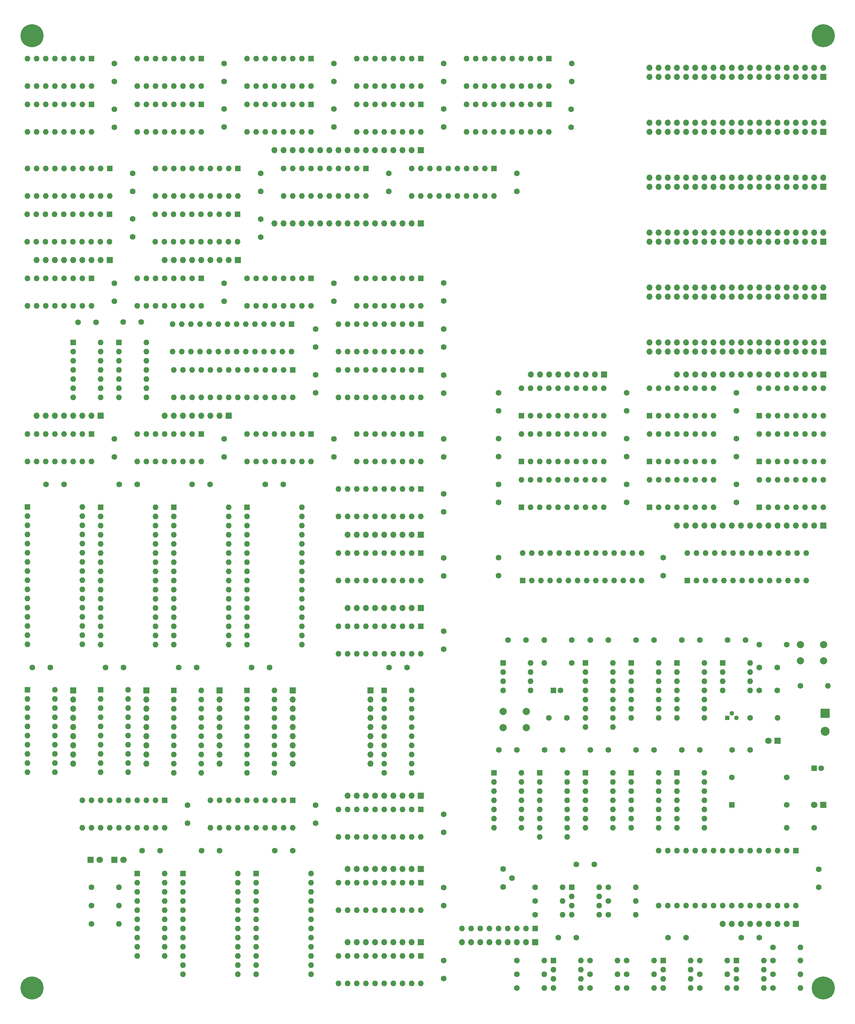
<source format=gbr>
G04 #@! TF.GenerationSoftware,KiCad,Pcbnew,(5.1.0-0)*
G04 #@! TF.CreationDate,2019-10-26T12:33:57-07:00*
G04 #@! TF.ProjectId,MainBoard,4d61696e-426f-4617-9264-2e6b69636164,rev?*
G04 #@! TF.SameCoordinates,Original*
G04 #@! TF.FileFunction,Soldermask,Top*
G04 #@! TF.FilePolarity,Negative*
%FSLAX46Y46*%
G04 Gerber Fmt 4.6, Leading zero omitted, Abs format (unit mm)*
G04 Created by KiCad (PCBNEW (5.1.0-0)) date 2019-10-26 12:33:57*
%MOMM*%
%LPD*%
G04 APERTURE LIST*
%ADD10O,1.600000X1.600000*%
%ADD11C,1.600000*%
%ADD12R,1.600000X1.600000*%
%ADD13O,1.700000X1.700000*%
%ADD14R,1.700000X1.700000*%
%ADD15C,2.500000*%
%ADD16R,2.500000X2.500000*%
%ADD17C,6.400000*%
%ADD18R,1.300000X1.300000*%
%ADD19C,1.300000*%
%ADD20C,2.000000*%
%ADD21C,1.620000*%
%ADD22C,1.800000*%
%ADD23R,1.800000X1.800000*%
G04 APERTURE END LIST*
D10*
X389890000Y-330327000D03*
D11*
X382270000Y-330327000D03*
D10*
X304800000Y-121920000D03*
X281940000Y-114300000D03*
X302260000Y-121920000D03*
X284480000Y-114300000D03*
X299720000Y-121920000D03*
X287020000Y-114300000D03*
X297180000Y-121920000D03*
X289560000Y-114300000D03*
X294640000Y-121920000D03*
X292100000Y-114300000D03*
X292100000Y-121920000D03*
X294640000Y-114300000D03*
X289560000Y-121920000D03*
X297180000Y-114300000D03*
X287020000Y-121920000D03*
X299720000Y-114300000D03*
X284480000Y-121920000D03*
X302260000Y-114300000D03*
X281940000Y-121920000D03*
D12*
X304800000Y-114300000D03*
D10*
X269240000Y-121920000D03*
X246380000Y-114300000D03*
X266700000Y-121920000D03*
X248920000Y-114300000D03*
X264160000Y-121920000D03*
X251460000Y-114300000D03*
X261620000Y-121920000D03*
X254000000Y-114300000D03*
X259080000Y-121920000D03*
X256540000Y-114300000D03*
X256540000Y-121920000D03*
X259080000Y-114300000D03*
X254000000Y-121920000D03*
X261620000Y-114300000D03*
X251460000Y-121920000D03*
X264160000Y-114300000D03*
X248920000Y-121920000D03*
X266700000Y-114300000D03*
X246380000Y-121920000D03*
D12*
X269240000Y-114300000D03*
D10*
X233680000Y-121920000D03*
X210820000Y-114300000D03*
X231140000Y-121920000D03*
X213360000Y-114300000D03*
X228600000Y-121920000D03*
X215900000Y-114300000D03*
X226060000Y-121920000D03*
X218440000Y-114300000D03*
X223520000Y-121920000D03*
X220980000Y-114300000D03*
X220980000Y-121920000D03*
X223520000Y-114300000D03*
X218440000Y-121920000D03*
X226060000Y-114300000D03*
X215900000Y-121920000D03*
X228600000Y-114300000D03*
X213360000Y-121920000D03*
X231140000Y-114300000D03*
X210820000Y-121920000D03*
D12*
X233680000Y-114300000D03*
D10*
X198120000Y-121920000D03*
X175260000Y-114300000D03*
X195580000Y-121920000D03*
X177800000Y-114300000D03*
X193040000Y-121920000D03*
X180340000Y-114300000D03*
X190500000Y-121920000D03*
X182880000Y-114300000D03*
X187960000Y-121920000D03*
X185420000Y-114300000D03*
X185420000Y-121920000D03*
X187960000Y-114300000D03*
X182880000Y-121920000D03*
X190500000Y-114300000D03*
X180340000Y-121920000D03*
X193040000Y-114300000D03*
X177800000Y-121920000D03*
X195580000Y-114300000D03*
X175260000Y-121920000D03*
D12*
X198120000Y-114300000D03*
D13*
X243840000Y-129540000D03*
X246380000Y-129540000D03*
X248920000Y-129540000D03*
X251460000Y-129540000D03*
X254000000Y-129540000D03*
X256540000Y-129540000D03*
X259080000Y-129540000D03*
X261620000Y-129540000D03*
X264160000Y-129540000D03*
X266700000Y-129540000D03*
X269240000Y-129540000D03*
X271780000Y-129540000D03*
X274320000Y-129540000D03*
X276860000Y-129540000D03*
X279400000Y-129540000D03*
X281940000Y-129540000D03*
D14*
X284480000Y-129540000D03*
D11*
X311150000Y-115650000D03*
X311150000Y-120650000D03*
X275590000Y-115650000D03*
X275590000Y-120650000D03*
X240030000Y-115650000D03*
X240030000Y-120650000D03*
X204470000Y-115650000D03*
X204470000Y-120650000D03*
D10*
X358540000Y-220980000D03*
X391560000Y-228600000D03*
X361080000Y-220980000D03*
X389020000Y-228600000D03*
X363620000Y-220980000D03*
X386480000Y-228600000D03*
X366160000Y-220980000D03*
X383940000Y-228600000D03*
X368700000Y-220980000D03*
X381400000Y-228600000D03*
X371240000Y-220980000D03*
X378860000Y-228600000D03*
X373780000Y-220980000D03*
X376320000Y-228600000D03*
X376320000Y-220980000D03*
X373780000Y-228600000D03*
X378860000Y-220980000D03*
X371240000Y-228600000D03*
X381400000Y-220980000D03*
X368700000Y-228600000D03*
X383940000Y-220980000D03*
X366160000Y-228600000D03*
X386480000Y-220980000D03*
X363620000Y-228600000D03*
X389020000Y-220980000D03*
X361080000Y-228600000D03*
X391560000Y-220980000D03*
D12*
X358540000Y-228600000D03*
D10*
X312820000Y-220980000D03*
X345840000Y-228600000D03*
X315360000Y-220980000D03*
X343300000Y-228600000D03*
X317900000Y-220980000D03*
X340760000Y-228600000D03*
X320440000Y-220980000D03*
X338220000Y-228600000D03*
X322980000Y-220980000D03*
X335680000Y-228600000D03*
X325520000Y-220980000D03*
X333140000Y-228600000D03*
X328060000Y-220980000D03*
X330600000Y-228600000D03*
X330600000Y-220980000D03*
X328060000Y-228600000D03*
X333140000Y-220980000D03*
X325520000Y-228600000D03*
X335680000Y-220980000D03*
X322980000Y-228600000D03*
X338220000Y-220980000D03*
X320440000Y-228600000D03*
X340760000Y-220980000D03*
X317900000Y-228600000D03*
X343300000Y-220980000D03*
X315360000Y-228600000D03*
X345840000Y-220980000D03*
D12*
X312820000Y-228600000D03*
D13*
X347980000Y-86360000D03*
X347980000Y-88900000D03*
X350520000Y-86360000D03*
X350520000Y-88900000D03*
X353060000Y-86360000D03*
X353060000Y-88900000D03*
X355600000Y-86360000D03*
X355600000Y-88900000D03*
X358140000Y-86360000D03*
X358140000Y-88900000D03*
X360680000Y-86360000D03*
X360680000Y-88900000D03*
X363220000Y-86360000D03*
X363220000Y-88900000D03*
X365760000Y-86360000D03*
X365760000Y-88900000D03*
X368300000Y-86360000D03*
X368300000Y-88900000D03*
X370840000Y-86360000D03*
X370840000Y-88900000D03*
X373380000Y-86360000D03*
X373380000Y-88900000D03*
X375920000Y-86360000D03*
X375920000Y-88900000D03*
X378460000Y-86360000D03*
X378460000Y-88900000D03*
X381000000Y-86360000D03*
X381000000Y-88900000D03*
X383540000Y-86360000D03*
X383540000Y-88900000D03*
X386080000Y-86360000D03*
X386080000Y-88900000D03*
X388620000Y-86360000D03*
X388620000Y-88900000D03*
X391160000Y-86360000D03*
X391160000Y-88900000D03*
X393700000Y-86360000D03*
X393700000Y-88900000D03*
X396240000Y-86360000D03*
D14*
X396240000Y-88900000D03*
D11*
X351790000Y-227250000D03*
X351790000Y-222250000D03*
X306070000Y-227250000D03*
X306070000Y-222250000D03*
D13*
X355600000Y-171450000D03*
X358140000Y-171450000D03*
X360680000Y-171450000D03*
X363220000Y-171450000D03*
X365760000Y-171450000D03*
X368300000Y-171450000D03*
X370840000Y-171450000D03*
X373380000Y-171450000D03*
X375920000Y-171450000D03*
X378460000Y-171450000D03*
X381000000Y-171450000D03*
X383540000Y-171450000D03*
X386080000Y-171450000D03*
X388620000Y-171450000D03*
X391160000Y-171450000D03*
X393700000Y-171450000D03*
D14*
X396240000Y-171450000D03*
D10*
X347980000Y-200660000D03*
X365760000Y-208280000D03*
X350520000Y-200660000D03*
X363220000Y-208280000D03*
X353060000Y-200660000D03*
X360680000Y-208280000D03*
X355600000Y-200660000D03*
X358140000Y-208280000D03*
X358140000Y-200660000D03*
X355600000Y-208280000D03*
X360680000Y-200660000D03*
X353060000Y-208280000D03*
X363220000Y-200660000D03*
X350520000Y-208280000D03*
X365760000Y-200660000D03*
D12*
X347980000Y-208280000D03*
D10*
X378460000Y-200660000D03*
X396240000Y-208280000D03*
X381000000Y-200660000D03*
X393700000Y-208280000D03*
X383540000Y-200660000D03*
X391160000Y-208280000D03*
X386080000Y-200660000D03*
X388620000Y-208280000D03*
X388620000Y-200660000D03*
X386080000Y-208280000D03*
X391160000Y-200660000D03*
X383540000Y-208280000D03*
X393700000Y-200660000D03*
X381000000Y-208280000D03*
X396240000Y-200660000D03*
D12*
X378460000Y-208280000D03*
D10*
X312420000Y-187960000D03*
X335280000Y-195580000D03*
X314960000Y-187960000D03*
X332740000Y-195580000D03*
X317500000Y-187960000D03*
X330200000Y-195580000D03*
X320040000Y-187960000D03*
X327660000Y-195580000D03*
X322580000Y-187960000D03*
X325120000Y-195580000D03*
X325120000Y-187960000D03*
X322580000Y-195580000D03*
X327660000Y-187960000D03*
X320040000Y-195580000D03*
X330200000Y-187960000D03*
X317500000Y-195580000D03*
X332740000Y-187960000D03*
X314960000Y-195580000D03*
X335280000Y-187960000D03*
D12*
X312420000Y-195580000D03*
D10*
X347980000Y-187960000D03*
X365760000Y-195580000D03*
X350520000Y-187960000D03*
X363220000Y-195580000D03*
X353060000Y-187960000D03*
X360680000Y-195580000D03*
X355600000Y-187960000D03*
X358140000Y-195580000D03*
X358140000Y-187960000D03*
X355600000Y-195580000D03*
X360680000Y-187960000D03*
X353060000Y-195580000D03*
X363220000Y-187960000D03*
X350520000Y-195580000D03*
X365760000Y-187960000D03*
D12*
X347980000Y-195580000D03*
D10*
X312420000Y-200660000D03*
X335280000Y-208280000D03*
X314960000Y-200660000D03*
X332740000Y-208280000D03*
X317500000Y-200660000D03*
X330200000Y-208280000D03*
X320040000Y-200660000D03*
X327660000Y-208280000D03*
X322580000Y-200660000D03*
X325120000Y-208280000D03*
X325120000Y-200660000D03*
X322580000Y-208280000D03*
X327660000Y-200660000D03*
X320040000Y-208280000D03*
X330200000Y-200660000D03*
X317500000Y-208280000D03*
X332740000Y-200660000D03*
X314960000Y-208280000D03*
X335280000Y-200660000D03*
D12*
X312420000Y-208280000D03*
D10*
X378460000Y-187960000D03*
X396240000Y-195580000D03*
X381000000Y-187960000D03*
X393700000Y-195580000D03*
X383540000Y-187960000D03*
X391160000Y-195580000D03*
X386080000Y-187960000D03*
X388620000Y-195580000D03*
X388620000Y-187960000D03*
X386080000Y-195580000D03*
X391160000Y-187960000D03*
X383540000Y-195580000D03*
X393700000Y-187960000D03*
X381000000Y-195580000D03*
X396240000Y-187960000D03*
D12*
X378460000Y-195580000D03*
D13*
X355600000Y-213360000D03*
X358140000Y-213360000D03*
X360680000Y-213360000D03*
X363220000Y-213360000D03*
X365760000Y-213360000D03*
X368300000Y-213360000D03*
X370840000Y-213360000D03*
X373380000Y-213360000D03*
X375920000Y-213360000D03*
X378460000Y-213360000D03*
X381000000Y-213360000D03*
X383540000Y-213360000D03*
X386080000Y-213360000D03*
X388620000Y-213360000D03*
X391160000Y-213360000D03*
X393700000Y-213360000D03*
D14*
X396240000Y-213360000D03*
D11*
X306070000Y-206930000D03*
X306070000Y-201930000D03*
X372110000Y-206930000D03*
X372110000Y-201930000D03*
X341630000Y-206930000D03*
X341630000Y-201930000D03*
X372110000Y-194230000D03*
X372110000Y-189230000D03*
X341630000Y-194230000D03*
X341630000Y-189230000D03*
X306070000Y-194230000D03*
X306070000Y-189230000D03*
D10*
X193040000Y-91440000D03*
X175260000Y-83820000D03*
X190500000Y-91440000D03*
X177800000Y-83820000D03*
X187960000Y-91440000D03*
X180340000Y-83820000D03*
X185420000Y-91440000D03*
X182880000Y-83820000D03*
X182880000Y-91440000D03*
X185420000Y-83820000D03*
X180340000Y-91440000D03*
X187960000Y-83820000D03*
X177800000Y-91440000D03*
X190500000Y-83820000D03*
X175260000Y-91440000D03*
D12*
X193040000Y-83820000D03*
D10*
X223520000Y-91440000D03*
X205740000Y-83820000D03*
X220980000Y-91440000D03*
X208280000Y-83820000D03*
X218440000Y-91440000D03*
X210820000Y-83820000D03*
X215900000Y-91440000D03*
X213360000Y-83820000D03*
X213360000Y-91440000D03*
X215900000Y-83820000D03*
X210820000Y-91440000D03*
X218440000Y-83820000D03*
X208280000Y-91440000D03*
X220980000Y-83820000D03*
X205740000Y-91440000D03*
D12*
X223520000Y-83820000D03*
D10*
X320040000Y-91440000D03*
X297180000Y-83820000D03*
X317500000Y-91440000D03*
X299720000Y-83820000D03*
X314960000Y-91440000D03*
X302260000Y-83820000D03*
X312420000Y-91440000D03*
X304800000Y-83820000D03*
X309880000Y-91440000D03*
X307340000Y-83820000D03*
X307340000Y-91440000D03*
X309880000Y-83820000D03*
X304800000Y-91440000D03*
X312420000Y-83820000D03*
X302260000Y-91440000D03*
X314960000Y-83820000D03*
X299720000Y-91440000D03*
X317500000Y-83820000D03*
X297180000Y-91440000D03*
D12*
X320040000Y-83820000D03*
D10*
X254000000Y-91440000D03*
X236220000Y-83820000D03*
X251460000Y-91440000D03*
X238760000Y-83820000D03*
X248920000Y-91440000D03*
X241300000Y-83820000D03*
X246380000Y-91440000D03*
X243840000Y-83820000D03*
X243840000Y-91440000D03*
X246380000Y-83820000D03*
X241300000Y-91440000D03*
X248920000Y-83820000D03*
X238760000Y-91440000D03*
X251460000Y-83820000D03*
X236220000Y-91440000D03*
D12*
X254000000Y-83820000D03*
D10*
X320040000Y-104140000D03*
X297180000Y-96520000D03*
X317500000Y-104140000D03*
X299720000Y-96520000D03*
X314960000Y-104140000D03*
X302260000Y-96520000D03*
X312420000Y-104140000D03*
X304800000Y-96520000D03*
X309880000Y-104140000D03*
X307340000Y-96520000D03*
X307340000Y-104140000D03*
X309880000Y-96520000D03*
X304800000Y-104140000D03*
X312420000Y-96520000D03*
X302260000Y-104140000D03*
X314960000Y-96520000D03*
X299720000Y-104140000D03*
X317500000Y-96520000D03*
X297180000Y-104140000D03*
D12*
X320040000Y-96520000D03*
D10*
X284480000Y-91440000D03*
X266700000Y-83820000D03*
X281940000Y-91440000D03*
X269240000Y-83820000D03*
X279400000Y-91440000D03*
X271780000Y-83820000D03*
X276860000Y-91440000D03*
X274320000Y-83820000D03*
X274320000Y-91440000D03*
X276860000Y-83820000D03*
X271780000Y-91440000D03*
X279400000Y-83820000D03*
X269240000Y-91440000D03*
X281940000Y-83820000D03*
X266700000Y-91440000D03*
D12*
X284480000Y-83820000D03*
D11*
X326390000Y-85170000D03*
X326390000Y-90170000D03*
X326263000Y-97870000D03*
X326263000Y-102870000D03*
X275670000Y-252730000D03*
X280670000Y-252730000D03*
D13*
X264160000Y-236220000D03*
X266700000Y-236220000D03*
X269240000Y-236220000D03*
X271780000Y-236220000D03*
X274320000Y-236220000D03*
X276860000Y-236220000D03*
X279400000Y-236220000D03*
X281940000Y-236220000D03*
D14*
X284480000Y-236220000D03*
D13*
X264160000Y-215900000D03*
X266700000Y-215900000D03*
X269240000Y-215900000D03*
X271780000Y-215900000D03*
X274320000Y-215900000D03*
X276860000Y-215900000D03*
X279400000Y-215900000D03*
X281940000Y-215900000D03*
D14*
X284480000Y-215900000D03*
D10*
X233680000Y-309880000D03*
X218440000Y-337820000D03*
X233680000Y-312420000D03*
X218440000Y-335280000D03*
X233680000Y-314960000D03*
X218440000Y-332740000D03*
X233680000Y-317500000D03*
X218440000Y-330200000D03*
X233680000Y-320040000D03*
X218440000Y-327660000D03*
X233680000Y-322580000D03*
X218440000Y-325120000D03*
X233680000Y-325120000D03*
X218440000Y-322580000D03*
X233680000Y-327660000D03*
X218440000Y-320040000D03*
X233680000Y-330200000D03*
X218440000Y-317500000D03*
X233680000Y-332740000D03*
X218440000Y-314960000D03*
X233680000Y-335280000D03*
X218440000Y-312420000D03*
X233680000Y-337820000D03*
D12*
X218440000Y-309880000D03*
D10*
X254000000Y-309880000D03*
X238760000Y-337820000D03*
X254000000Y-312420000D03*
X238760000Y-335280000D03*
X254000000Y-314960000D03*
X238760000Y-332740000D03*
X254000000Y-317500000D03*
X238760000Y-330200000D03*
X254000000Y-320040000D03*
X238760000Y-327660000D03*
X254000000Y-322580000D03*
X238760000Y-325120000D03*
X254000000Y-325120000D03*
X238760000Y-322580000D03*
X254000000Y-327660000D03*
X238760000Y-320040000D03*
X254000000Y-330200000D03*
X238760000Y-317500000D03*
X254000000Y-332740000D03*
X238760000Y-314960000D03*
X254000000Y-335280000D03*
X238760000Y-312420000D03*
X254000000Y-337820000D03*
D12*
X238760000Y-309880000D03*
D10*
X284480000Y-340360000D03*
X261620000Y-332740000D03*
X281940000Y-340360000D03*
X264160000Y-332740000D03*
X279400000Y-340360000D03*
X266700000Y-332740000D03*
X276860000Y-340360000D03*
X269240000Y-332740000D03*
X274320000Y-340360000D03*
X271780000Y-332740000D03*
X271780000Y-340360000D03*
X274320000Y-332740000D03*
X269240000Y-340360000D03*
X276860000Y-332740000D03*
X266700000Y-340360000D03*
X279400000Y-332740000D03*
X264160000Y-340360000D03*
X281940000Y-332740000D03*
X261620000Y-340360000D03*
D12*
X284480000Y-332740000D03*
D10*
X284480000Y-320040000D03*
X261620000Y-312420000D03*
X281940000Y-320040000D03*
X264160000Y-312420000D03*
X279400000Y-320040000D03*
X266700000Y-312420000D03*
X276860000Y-320040000D03*
X269240000Y-312420000D03*
X274320000Y-320040000D03*
X271780000Y-312420000D03*
X271780000Y-320040000D03*
X274320000Y-312420000D03*
X269240000Y-320040000D03*
X276860000Y-312420000D03*
X266700000Y-320040000D03*
X279400000Y-312420000D03*
X264160000Y-320040000D03*
X281940000Y-312420000D03*
X261620000Y-320040000D03*
D12*
X284480000Y-312420000D03*
D10*
X284480000Y-299720000D03*
X261620000Y-292100000D03*
X281940000Y-299720000D03*
X264160000Y-292100000D03*
X279400000Y-299720000D03*
X266700000Y-292100000D03*
X276860000Y-299720000D03*
X269240000Y-292100000D03*
X274320000Y-299720000D03*
X271780000Y-292100000D03*
X271780000Y-299720000D03*
X274320000Y-292100000D03*
X269240000Y-299720000D03*
X276860000Y-292100000D03*
X266700000Y-299720000D03*
X279400000Y-292100000D03*
X264160000Y-299720000D03*
X281940000Y-292100000D03*
X261620000Y-299720000D03*
D12*
X284480000Y-292100000D03*
D10*
X281940000Y-259080000D03*
X274320000Y-281940000D03*
X281940000Y-261620000D03*
X274320000Y-279400000D03*
X281940000Y-264160000D03*
X274320000Y-276860000D03*
X281940000Y-266700000D03*
X274320000Y-274320000D03*
X281940000Y-269240000D03*
X274320000Y-271780000D03*
X281940000Y-271780000D03*
X274320000Y-269240000D03*
X281940000Y-274320000D03*
X274320000Y-266700000D03*
X281940000Y-276860000D03*
X274320000Y-264160000D03*
X281940000Y-279400000D03*
X274320000Y-261620000D03*
X281940000Y-281940000D03*
D12*
X274320000Y-259080000D03*
D10*
X284480000Y-165100000D03*
X261620000Y-157480000D03*
X281940000Y-165100000D03*
X264160000Y-157480000D03*
X279400000Y-165100000D03*
X266700000Y-157480000D03*
X276860000Y-165100000D03*
X269240000Y-157480000D03*
X274320000Y-165100000D03*
X271780000Y-157480000D03*
X271780000Y-165100000D03*
X274320000Y-157480000D03*
X269240000Y-165100000D03*
X276860000Y-157480000D03*
X266700000Y-165100000D03*
X279400000Y-157480000D03*
X264160000Y-165100000D03*
X281940000Y-157480000D03*
X261620000Y-165100000D03*
D12*
X284480000Y-157480000D03*
D10*
X284480000Y-177800000D03*
X261620000Y-170180000D03*
X281940000Y-177800000D03*
X264160000Y-170180000D03*
X279400000Y-177800000D03*
X266700000Y-170180000D03*
X276860000Y-177800000D03*
X269240000Y-170180000D03*
X274320000Y-177800000D03*
X271780000Y-170180000D03*
X271780000Y-177800000D03*
X274320000Y-170180000D03*
X269240000Y-177800000D03*
X276860000Y-170180000D03*
X266700000Y-177800000D03*
X279400000Y-170180000D03*
X264160000Y-177800000D03*
X281940000Y-170180000D03*
X261620000Y-177800000D03*
D12*
X284480000Y-170180000D03*
D10*
X248615800Y-165100000D03*
X215595800Y-157480000D03*
X246075800Y-165100000D03*
X218135800Y-157480000D03*
X243535800Y-165100000D03*
X220675800Y-157480000D03*
X240995800Y-165100000D03*
X223215800Y-157480000D03*
X238455800Y-165100000D03*
X225755800Y-157480000D03*
X235915800Y-165100000D03*
X228295800Y-157480000D03*
X233375800Y-165100000D03*
X230835800Y-157480000D03*
X230835800Y-165100000D03*
X233375800Y-157480000D03*
X228295800Y-165100000D03*
X235915800Y-157480000D03*
X225755800Y-165100000D03*
X238455800Y-157480000D03*
X223215800Y-165100000D03*
X240995800Y-157480000D03*
X220675800Y-165100000D03*
X243535800Y-157480000D03*
X218135800Y-165100000D03*
X246075800Y-157480000D03*
X215595800Y-165100000D03*
D12*
X248615800Y-157480000D03*
D10*
X248920000Y-177800000D03*
X215900000Y-170180000D03*
X246380000Y-177800000D03*
X218440000Y-170180000D03*
X243840000Y-177800000D03*
X220980000Y-170180000D03*
X241300000Y-177800000D03*
X223520000Y-170180000D03*
X238760000Y-177800000D03*
X226060000Y-170180000D03*
X236220000Y-177800000D03*
X228600000Y-170180000D03*
X233680000Y-177800000D03*
X231140000Y-170180000D03*
X231140000Y-177800000D03*
X233680000Y-170180000D03*
X228600000Y-177800000D03*
X236220000Y-170180000D03*
X226060000Y-177800000D03*
X238760000Y-170180000D03*
X223520000Y-177800000D03*
X241300000Y-170180000D03*
X220980000Y-177800000D03*
X243840000Y-170180000D03*
X218440000Y-177800000D03*
X246380000Y-170180000D03*
X215900000Y-177800000D03*
D12*
X248920000Y-170180000D03*
D13*
X248920000Y-279400000D03*
X248920000Y-276860000D03*
X248920000Y-274320000D03*
X248920000Y-271780000D03*
X248920000Y-269240000D03*
X248920000Y-266700000D03*
X248920000Y-264160000D03*
X248920000Y-261620000D03*
D14*
X248920000Y-259080000D03*
D13*
X228600000Y-279400000D03*
X228600000Y-276860000D03*
X228600000Y-274320000D03*
X228600000Y-271780000D03*
X228600000Y-269240000D03*
X228600000Y-266700000D03*
X228600000Y-264160000D03*
X228600000Y-261620000D03*
D14*
X228600000Y-259080000D03*
D13*
X208280000Y-279400000D03*
X208280000Y-276860000D03*
X208280000Y-274320000D03*
X208280000Y-271780000D03*
X208280000Y-269240000D03*
X208280000Y-266700000D03*
X208280000Y-264160000D03*
X208280000Y-261620000D03*
D14*
X208280000Y-259080000D03*
D13*
X187960000Y-279400000D03*
X187960000Y-276860000D03*
X187960000Y-274320000D03*
X187960000Y-271780000D03*
X187960000Y-269240000D03*
X187960000Y-266700000D03*
X187960000Y-264160000D03*
X187960000Y-261620000D03*
D14*
X187960000Y-259080000D03*
D10*
X203200000Y-258922000D03*
X195580000Y-281782000D03*
X203200000Y-261462000D03*
X195580000Y-279242000D03*
X203200000Y-264002000D03*
X195580000Y-276702000D03*
X203200000Y-266542000D03*
X195580000Y-274162000D03*
X203200000Y-269082000D03*
X195580000Y-271622000D03*
X203200000Y-271622000D03*
X195580000Y-269082000D03*
X203200000Y-274162000D03*
X195580000Y-266542000D03*
X203200000Y-276702000D03*
X195580000Y-264002000D03*
X203200000Y-279242000D03*
X195580000Y-261462000D03*
X203200000Y-281782000D03*
D12*
X195580000Y-258922000D03*
D10*
X182880000Y-258922000D03*
X175260000Y-281782000D03*
X182880000Y-261462000D03*
X175260000Y-279242000D03*
X182880000Y-264002000D03*
X175260000Y-276702000D03*
X182880000Y-266542000D03*
X175260000Y-274162000D03*
X182880000Y-269082000D03*
X175260000Y-271622000D03*
X182880000Y-271622000D03*
X175260000Y-269082000D03*
X182880000Y-274162000D03*
X175260000Y-266542000D03*
X182880000Y-276702000D03*
X175260000Y-264002000D03*
X182880000Y-279242000D03*
X175260000Y-261462000D03*
X182880000Y-281782000D03*
D12*
X175260000Y-258922000D03*
D10*
X210820000Y-208280000D03*
X195580000Y-246380000D03*
X210820000Y-210820000D03*
X195580000Y-243840000D03*
X210820000Y-213360000D03*
X195580000Y-241300000D03*
X210820000Y-215900000D03*
X195580000Y-238760000D03*
X210820000Y-218440000D03*
X195580000Y-236220000D03*
X210820000Y-220980000D03*
X195580000Y-233680000D03*
X210820000Y-223520000D03*
X195580000Y-231140000D03*
X210820000Y-226060000D03*
X195580000Y-228600000D03*
X210820000Y-228600000D03*
X195580000Y-226060000D03*
X210820000Y-231140000D03*
X195580000Y-223520000D03*
X210820000Y-233680000D03*
X195580000Y-220980000D03*
X210820000Y-236220000D03*
X195580000Y-218440000D03*
X210820000Y-238760000D03*
X195580000Y-215900000D03*
X210820000Y-241300000D03*
X195580000Y-213360000D03*
X210820000Y-243840000D03*
X195580000Y-210820000D03*
X210820000Y-246380000D03*
D12*
X195580000Y-208280000D03*
D10*
X190500000Y-208172000D03*
X175260000Y-246272000D03*
X190500000Y-210712000D03*
X175260000Y-243732000D03*
X190500000Y-213252000D03*
X175260000Y-241192000D03*
X190500000Y-215792000D03*
X175260000Y-238652000D03*
X190500000Y-218332000D03*
X175260000Y-236112000D03*
X190500000Y-220872000D03*
X175260000Y-233572000D03*
X190500000Y-223412000D03*
X175260000Y-231032000D03*
X190500000Y-225952000D03*
X175260000Y-228492000D03*
X190500000Y-228492000D03*
X175260000Y-225952000D03*
X190500000Y-231032000D03*
X175260000Y-223412000D03*
X190500000Y-233572000D03*
X175260000Y-220872000D03*
X190500000Y-236112000D03*
X175260000Y-218332000D03*
X190500000Y-238652000D03*
X175260000Y-215792000D03*
X190500000Y-241192000D03*
X175260000Y-213252000D03*
X190500000Y-243732000D03*
X175260000Y-210712000D03*
X190500000Y-246272000D03*
D12*
X175260000Y-208172000D03*
D11*
X180420000Y-201930000D03*
X185420000Y-201930000D03*
X196930000Y-252730000D03*
X201930000Y-252730000D03*
X176610000Y-252730000D03*
X181610000Y-252730000D03*
X200740000Y-201930000D03*
X205740000Y-201930000D03*
D10*
X378460000Y-175260000D03*
X396240000Y-182880000D03*
X381000000Y-175260000D03*
X393700000Y-182880000D03*
X383540000Y-175260000D03*
X391160000Y-182880000D03*
X386080000Y-175260000D03*
X388620000Y-182880000D03*
X388620000Y-175260000D03*
X386080000Y-182880000D03*
X391160000Y-175260000D03*
X383540000Y-182880000D03*
X393700000Y-175260000D03*
X381000000Y-182880000D03*
X396240000Y-175260000D03*
D12*
X378460000Y-182880000D03*
D15*
X396748000Y-270430000D03*
D16*
X396748000Y-265430000D03*
D17*
X396240000Y-341630000D03*
X396240000Y-77470000D03*
X176530000Y-341630000D03*
X176530000Y-77470000D03*
D10*
X208280000Y-162560000D03*
X200660000Y-177800000D03*
X208280000Y-165100000D03*
X200660000Y-175260000D03*
X208280000Y-167640000D03*
X200660000Y-172720000D03*
X208280000Y-170180000D03*
X200660000Y-170180000D03*
X208280000Y-172720000D03*
X200660000Y-167640000D03*
X208280000Y-175260000D03*
X200660000Y-165100000D03*
X208280000Y-177800000D03*
D12*
X200660000Y-162560000D03*
D10*
X195580000Y-162560000D03*
X187960000Y-177800000D03*
X195580000Y-165100000D03*
X187960000Y-175260000D03*
X195580000Y-167640000D03*
X187960000Y-172720000D03*
X195580000Y-170180000D03*
X187960000Y-170180000D03*
X195580000Y-172720000D03*
X187960000Y-167640000D03*
X195580000Y-175260000D03*
X187960000Y-165100000D03*
X195580000Y-177800000D03*
D12*
X187960000Y-162560000D03*
D11*
X290830000Y-158830000D03*
X290830000Y-163830000D03*
X372110000Y-181530000D03*
X372110000Y-176530000D03*
D13*
X347980000Y-116840000D03*
X347980000Y-119380000D03*
X350520000Y-116840000D03*
X350520000Y-119380000D03*
X353060000Y-116840000D03*
X353060000Y-119380000D03*
X355600000Y-116840000D03*
X355600000Y-119380000D03*
X358140000Y-116840000D03*
X358140000Y-119380000D03*
X360680000Y-116840000D03*
X360680000Y-119380000D03*
X363220000Y-116840000D03*
X363220000Y-119380000D03*
X365760000Y-116840000D03*
X365760000Y-119380000D03*
X368300000Y-116840000D03*
X368300000Y-119380000D03*
X370840000Y-116840000D03*
X370840000Y-119380000D03*
X373380000Y-116840000D03*
X373380000Y-119380000D03*
X375920000Y-116840000D03*
X375920000Y-119380000D03*
X378460000Y-116840000D03*
X378460000Y-119380000D03*
X381000000Y-116840000D03*
X381000000Y-119380000D03*
X383540000Y-116840000D03*
X383540000Y-119380000D03*
X386080000Y-116840000D03*
X386080000Y-119380000D03*
X388620000Y-116840000D03*
X388620000Y-119380000D03*
X391160000Y-116840000D03*
X391160000Y-119380000D03*
X393700000Y-116840000D03*
X393700000Y-119380000D03*
X396240000Y-116840000D03*
D14*
X396240000Y-119380000D03*
D13*
X347980000Y-147320000D03*
X347980000Y-149860000D03*
X350520000Y-147320000D03*
X350520000Y-149860000D03*
X353060000Y-147320000D03*
X353060000Y-149860000D03*
X355600000Y-147320000D03*
X355600000Y-149860000D03*
X358140000Y-147320000D03*
X358140000Y-149860000D03*
X360680000Y-147320000D03*
X360680000Y-149860000D03*
X363220000Y-147320000D03*
X363220000Y-149860000D03*
X365760000Y-147320000D03*
X365760000Y-149860000D03*
X368300000Y-147320000D03*
X368300000Y-149860000D03*
X370840000Y-147320000D03*
X370840000Y-149860000D03*
X373380000Y-147320000D03*
X373380000Y-149860000D03*
X375920000Y-147320000D03*
X375920000Y-149860000D03*
X378460000Y-147320000D03*
X378460000Y-149860000D03*
X381000000Y-147320000D03*
X381000000Y-149860000D03*
X383540000Y-147320000D03*
X383540000Y-149860000D03*
X386080000Y-147320000D03*
X386080000Y-149860000D03*
X388620000Y-147320000D03*
X388620000Y-149860000D03*
X391160000Y-147320000D03*
X391160000Y-149860000D03*
X393700000Y-147320000D03*
X393700000Y-149860000D03*
X396240000Y-147320000D03*
D14*
X396240000Y-149860000D03*
D13*
X347980000Y-162560000D03*
X347980000Y-165100000D03*
X350520000Y-162560000D03*
X350520000Y-165100000D03*
X353060000Y-162560000D03*
X353060000Y-165100000D03*
X355600000Y-162560000D03*
X355600000Y-165100000D03*
X358140000Y-162560000D03*
X358140000Y-165100000D03*
X360680000Y-162560000D03*
X360680000Y-165100000D03*
X363220000Y-162560000D03*
X363220000Y-165100000D03*
X365760000Y-162560000D03*
X365760000Y-165100000D03*
X368300000Y-162560000D03*
X368300000Y-165100000D03*
X370840000Y-162560000D03*
X370840000Y-165100000D03*
X373380000Y-162560000D03*
X373380000Y-165100000D03*
X375920000Y-162560000D03*
X375920000Y-165100000D03*
X378460000Y-162560000D03*
X378460000Y-165100000D03*
X381000000Y-162560000D03*
X381000000Y-165100000D03*
X383540000Y-162560000D03*
X383540000Y-165100000D03*
X386080000Y-162560000D03*
X386080000Y-165100000D03*
X388620000Y-162560000D03*
X388620000Y-165100000D03*
X391160000Y-162560000D03*
X391160000Y-165100000D03*
X393700000Y-162560000D03*
X393700000Y-165100000D03*
X396240000Y-162560000D03*
D14*
X396240000Y-165100000D03*
D13*
X347980000Y-132080000D03*
X347980000Y-134620000D03*
X350520000Y-132080000D03*
X350520000Y-134620000D03*
X353060000Y-132080000D03*
X353060000Y-134620000D03*
X355600000Y-132080000D03*
X355600000Y-134620000D03*
X358140000Y-132080000D03*
X358140000Y-134620000D03*
X360680000Y-132080000D03*
X360680000Y-134620000D03*
X363220000Y-132080000D03*
X363220000Y-134620000D03*
X365760000Y-132080000D03*
X365760000Y-134620000D03*
X368300000Y-132080000D03*
X368300000Y-134620000D03*
X370840000Y-132080000D03*
X370840000Y-134620000D03*
X373380000Y-132080000D03*
X373380000Y-134620000D03*
X375920000Y-132080000D03*
X375920000Y-134620000D03*
X378460000Y-132080000D03*
X378460000Y-134620000D03*
X381000000Y-132080000D03*
X381000000Y-134620000D03*
X383540000Y-132080000D03*
X383540000Y-134620000D03*
X386080000Y-132080000D03*
X386080000Y-134620000D03*
X388620000Y-132080000D03*
X388620000Y-134620000D03*
X391160000Y-132080000D03*
X391160000Y-134620000D03*
X393700000Y-132080000D03*
X393700000Y-134620000D03*
X396240000Y-132080000D03*
D14*
X396240000Y-134620000D03*
D13*
X347980000Y-101600000D03*
X347980000Y-104140000D03*
X350520000Y-101600000D03*
X350520000Y-104140000D03*
X353060000Y-101600000D03*
X353060000Y-104140000D03*
X355600000Y-101600000D03*
X355600000Y-104140000D03*
X358140000Y-101600000D03*
X358140000Y-104140000D03*
X360680000Y-101600000D03*
X360680000Y-104140000D03*
X363220000Y-101600000D03*
X363220000Y-104140000D03*
X365760000Y-101600000D03*
X365760000Y-104140000D03*
X368300000Y-101600000D03*
X368300000Y-104140000D03*
X370840000Y-101600000D03*
X370840000Y-104140000D03*
X373380000Y-101600000D03*
X373380000Y-104140000D03*
X375920000Y-101600000D03*
X375920000Y-104140000D03*
X378460000Y-101600000D03*
X378460000Y-104140000D03*
X381000000Y-101600000D03*
X381000000Y-104140000D03*
X383540000Y-101600000D03*
X383540000Y-104140000D03*
X386080000Y-101600000D03*
X386080000Y-104140000D03*
X388620000Y-101600000D03*
X388620000Y-104140000D03*
X391160000Y-101600000D03*
X391160000Y-104140000D03*
X393700000Y-101600000D03*
X393700000Y-104140000D03*
X396240000Y-101600000D03*
D14*
X396240000Y-104140000D03*
D10*
X243835800Y-259080000D03*
X236215800Y-281940000D03*
X243835800Y-261620000D03*
X236215800Y-279400000D03*
X243835800Y-264160000D03*
X236215800Y-276860000D03*
X243835800Y-266700000D03*
X236215800Y-274320000D03*
X243835800Y-269240000D03*
X236215800Y-271780000D03*
X243835800Y-271780000D03*
X236215800Y-269240000D03*
X243835800Y-274320000D03*
X236215800Y-266700000D03*
X243835800Y-276860000D03*
X236215800Y-264160000D03*
X243835800Y-279400000D03*
X236215800Y-261620000D03*
X243835800Y-281940000D03*
D12*
X236215800Y-259080000D03*
D11*
X369650000Y-245110000D03*
X374650000Y-245110000D03*
X386080000Y-290830000D03*
X386080000Y-283210000D03*
X370840000Y-283210000D03*
D12*
X370840000Y-290830000D03*
D10*
X383540000Y-266700000D03*
D11*
X375920000Y-266700000D03*
D10*
X378460000Y-246380000D03*
D11*
X386080000Y-246380000D03*
D10*
X397510000Y-257810000D03*
D11*
X389890000Y-257810000D03*
X383460000Y-252730000D03*
X378460000Y-252730000D03*
X383460000Y-259080000D03*
X378460000Y-259080000D03*
D10*
X318770000Y-251460000D03*
D11*
X326390000Y-251460000D03*
D10*
X318770000Y-245110000D03*
D11*
X326390000Y-245110000D03*
X325040000Y-266700000D03*
X320040000Y-266700000D03*
X323310000Y-259080000D03*
D12*
X321310000Y-259080000D03*
D10*
X251460000Y-208280000D03*
X236220000Y-246380000D03*
X251460000Y-210820000D03*
X236220000Y-243840000D03*
X251460000Y-213360000D03*
X236220000Y-241300000D03*
X251460000Y-215900000D03*
X236220000Y-238760000D03*
X251460000Y-218440000D03*
X236220000Y-236220000D03*
X251460000Y-220980000D03*
X236220000Y-233680000D03*
X251460000Y-223520000D03*
X236220000Y-231140000D03*
X251460000Y-226060000D03*
X236220000Y-228600000D03*
X251460000Y-228600000D03*
X236220000Y-226060000D03*
X251460000Y-231140000D03*
X236220000Y-223520000D03*
X251460000Y-233680000D03*
X236220000Y-220980000D03*
X251460000Y-236220000D03*
X236220000Y-218440000D03*
X251460000Y-238760000D03*
X236220000Y-215900000D03*
X251460000Y-241300000D03*
X236220000Y-213360000D03*
X251460000Y-243840000D03*
X236220000Y-210820000D03*
X251460000Y-246380000D03*
D12*
X236220000Y-208280000D03*
D13*
X177800000Y-182880000D03*
X180340000Y-182880000D03*
X182880000Y-182880000D03*
X185420000Y-182880000D03*
X187960000Y-182880000D03*
X190500000Y-182880000D03*
X193040000Y-182880000D03*
D14*
X195580000Y-182880000D03*
D13*
X213360000Y-182880000D03*
X215900000Y-182880000D03*
X218440000Y-182880000D03*
X220980000Y-182880000D03*
X223520000Y-182880000D03*
X226060000Y-182880000D03*
X228600000Y-182880000D03*
D14*
X231140000Y-182880000D03*
D13*
X177800000Y-139700000D03*
X180340000Y-139700000D03*
X182880000Y-139700000D03*
X185420000Y-139700000D03*
X187960000Y-139700000D03*
X190500000Y-139700000D03*
X193040000Y-139700000D03*
X195580000Y-139700000D03*
D14*
X198120000Y-139700000D03*
D13*
X213360000Y-139700000D03*
X215900000Y-139700000D03*
X218440000Y-139700000D03*
X220980000Y-139700000D03*
X223520000Y-139700000D03*
X226060000Y-139700000D03*
X228600000Y-139700000D03*
X231140000Y-139700000D03*
D14*
X233680000Y-139700000D03*
D10*
X213360000Y-309880000D03*
X205740000Y-332740000D03*
X213360000Y-312420000D03*
X205740000Y-330200000D03*
X213360000Y-314960000D03*
X205740000Y-327660000D03*
X213360000Y-317500000D03*
X205740000Y-325120000D03*
X213360000Y-320040000D03*
X205740000Y-322580000D03*
X213360000Y-322580000D03*
X205740000Y-320040000D03*
X213360000Y-325120000D03*
X205740000Y-317500000D03*
X213360000Y-327660000D03*
X205740000Y-314960000D03*
X213360000Y-330200000D03*
X205740000Y-312420000D03*
X213360000Y-332740000D03*
D12*
X205740000Y-309880000D03*
D10*
X248920000Y-297180000D03*
X226060000Y-289560000D03*
X246380000Y-297180000D03*
X228600000Y-289560000D03*
X243840000Y-297180000D03*
X231140000Y-289560000D03*
X241300000Y-297180000D03*
X233680000Y-289560000D03*
X238760000Y-297180000D03*
X236220000Y-289560000D03*
X236220000Y-297180000D03*
X238760000Y-289560000D03*
X233680000Y-297180000D03*
X241300000Y-289560000D03*
X231140000Y-297180000D03*
X243840000Y-289560000D03*
X228600000Y-297180000D03*
X246380000Y-289560000D03*
X226060000Y-297180000D03*
D12*
X248920000Y-289560000D03*
D10*
X213360000Y-297180000D03*
X190500000Y-289560000D03*
X210820000Y-297180000D03*
X193040000Y-289560000D03*
X208280000Y-297180000D03*
X195580000Y-289560000D03*
X205740000Y-297180000D03*
X198120000Y-289560000D03*
X203200000Y-297180000D03*
X200660000Y-289560000D03*
X200660000Y-297180000D03*
X203200000Y-289560000D03*
X198120000Y-297180000D03*
X205740000Y-289560000D03*
X195580000Y-297180000D03*
X208280000Y-289560000D03*
X193040000Y-297180000D03*
X210820000Y-289560000D03*
X190500000Y-297180000D03*
D12*
X213360000Y-289560000D03*
D10*
X337820000Y-251460000D03*
X330200000Y-269240000D03*
X337820000Y-254000000D03*
X330200000Y-266700000D03*
X337820000Y-256540000D03*
X330200000Y-264160000D03*
X337820000Y-259080000D03*
X330200000Y-261620000D03*
X337820000Y-261620000D03*
X330200000Y-259080000D03*
X337820000Y-264160000D03*
X330200000Y-256540000D03*
X337820000Y-266700000D03*
X330200000Y-254000000D03*
X337820000Y-269240000D03*
D12*
X330200000Y-251460000D03*
D10*
X350520000Y-251460000D03*
X342900000Y-266700000D03*
X350520000Y-254000000D03*
X342900000Y-264160000D03*
X350520000Y-256540000D03*
X342900000Y-261620000D03*
X350520000Y-259080000D03*
X342900000Y-259080000D03*
X350520000Y-261620000D03*
X342900000Y-256540000D03*
X350520000Y-264160000D03*
X342900000Y-254000000D03*
X350520000Y-266700000D03*
D12*
X342900000Y-251460000D03*
D10*
X363220000Y-251460000D03*
X355600000Y-266700000D03*
X363220000Y-254000000D03*
X355600000Y-264160000D03*
X363220000Y-256540000D03*
X355600000Y-261620000D03*
X363220000Y-259080000D03*
X355600000Y-259080000D03*
X363220000Y-261620000D03*
X355600000Y-256540000D03*
X363220000Y-264160000D03*
X355600000Y-254000000D03*
X363220000Y-266700000D03*
D12*
X355600000Y-251460000D03*
D18*
X369570000Y-266700000D03*
D19*
X372110000Y-266700000D03*
X370840000Y-265430000D03*
D10*
X375920000Y-251460000D03*
X368300000Y-259080000D03*
X375920000Y-254000000D03*
X368300000Y-256540000D03*
X375920000Y-256540000D03*
X368300000Y-254000000D03*
X375920000Y-259080000D03*
D12*
X368300000Y-251460000D03*
D10*
X337820000Y-281940000D03*
X330200000Y-297180000D03*
X337820000Y-284480000D03*
X330200000Y-294640000D03*
X337820000Y-287020000D03*
X330200000Y-292100000D03*
X337820000Y-289560000D03*
X330200000Y-289560000D03*
X337820000Y-292100000D03*
X330200000Y-287020000D03*
X337820000Y-294640000D03*
X330200000Y-284480000D03*
X337820000Y-297180000D03*
D12*
X330200000Y-281940000D03*
D10*
X350520000Y-281940000D03*
X342900000Y-297180000D03*
X350520000Y-284480000D03*
X342900000Y-294640000D03*
X350520000Y-287020000D03*
X342900000Y-292100000D03*
X350520000Y-289560000D03*
X342900000Y-289560000D03*
X350520000Y-292100000D03*
X342900000Y-287020000D03*
X350520000Y-294640000D03*
X342900000Y-284480000D03*
X350520000Y-297180000D03*
D12*
X342900000Y-281940000D03*
D10*
X325120000Y-281940000D03*
X317500000Y-299720000D03*
X325120000Y-284480000D03*
X317500000Y-297180000D03*
X325120000Y-287020000D03*
X317500000Y-294640000D03*
X325120000Y-289560000D03*
X317500000Y-292100000D03*
X325120000Y-292100000D03*
X317500000Y-289560000D03*
X325120000Y-294640000D03*
X317500000Y-287020000D03*
X325120000Y-297180000D03*
X317500000Y-284480000D03*
X325120000Y-299720000D03*
D12*
X317500000Y-281940000D03*
D10*
X363220000Y-281940000D03*
X355600000Y-297180000D03*
X363220000Y-284480000D03*
X355600000Y-294640000D03*
X363220000Y-287020000D03*
X355600000Y-292100000D03*
X363220000Y-289560000D03*
X355600000Y-289560000D03*
X363220000Y-292100000D03*
X355600000Y-287020000D03*
X363220000Y-294640000D03*
X355600000Y-284480000D03*
X363220000Y-297180000D03*
D12*
X355600000Y-281940000D03*
D10*
X314960000Y-251460000D03*
X307340000Y-259080000D03*
X314960000Y-254000000D03*
X307340000Y-256540000D03*
X314960000Y-256540000D03*
X307340000Y-254000000D03*
X314960000Y-259080000D03*
D12*
X307340000Y-251460000D03*
D10*
X312420000Y-281940000D03*
X304800000Y-297180000D03*
X312420000Y-284480000D03*
X304800000Y-294640000D03*
X312420000Y-287020000D03*
X304800000Y-292100000D03*
X312420000Y-289560000D03*
X304800000Y-289560000D03*
X312420000Y-292100000D03*
X304800000Y-287020000D03*
X312420000Y-294640000D03*
X304800000Y-284480000D03*
X312420000Y-297180000D03*
D12*
X304800000Y-281940000D03*
D10*
X379730000Y-334010000D03*
X372110000Y-341630000D03*
X379730000Y-336550000D03*
X372110000Y-339090000D03*
X379730000Y-339090000D03*
X372110000Y-336550000D03*
X379730000Y-341630000D03*
D12*
X372110000Y-334010000D03*
D10*
X359410000Y-334010000D03*
X351790000Y-341630000D03*
X359410000Y-336550000D03*
X351790000Y-339090000D03*
X359410000Y-339090000D03*
X351790000Y-336550000D03*
X359410000Y-341630000D03*
D12*
X351790000Y-334010000D03*
D10*
X388616200Y-318768200D03*
X350516200Y-303528200D03*
X386076200Y-318768200D03*
X353056200Y-303528200D03*
X383536200Y-318768200D03*
X355596200Y-303528200D03*
X380996200Y-318768200D03*
X358136200Y-303528200D03*
X378456200Y-318768200D03*
X360676200Y-303528200D03*
X375916200Y-318768200D03*
X363216200Y-303528200D03*
X373376200Y-318768200D03*
X365756200Y-303528200D03*
X370836200Y-318768200D03*
X368296200Y-303528200D03*
X368296200Y-318768200D03*
X370836200Y-303528200D03*
X365756200Y-318768200D03*
X373376200Y-303528200D03*
X363216200Y-318768200D03*
X375916200Y-303528200D03*
X360676200Y-318768200D03*
X378456200Y-303528200D03*
X358136200Y-318768200D03*
X380996200Y-303528200D03*
X355596200Y-318768200D03*
X383536200Y-303528200D03*
X353056200Y-318768200D03*
X386076200Y-303528200D03*
X350516200Y-318768200D03*
D12*
X388616200Y-303528200D03*
D10*
X328930000Y-334010000D03*
X321310000Y-341630000D03*
X328930000Y-336550000D03*
X321310000Y-339090000D03*
X328930000Y-339090000D03*
X321310000Y-336550000D03*
X328930000Y-341630000D03*
D12*
X321310000Y-334010000D03*
D10*
X334010000Y-313690000D03*
X326390000Y-321310000D03*
X334010000Y-316230000D03*
X326390000Y-318770000D03*
X334010000Y-318770000D03*
X326390000Y-316230000D03*
X334010000Y-321310000D03*
D12*
X326390000Y-313690000D03*
D10*
X284489000Y-248915800D03*
X261629000Y-241295800D03*
X281949000Y-248915800D03*
X264169000Y-241295800D03*
X279409000Y-248915800D03*
X266709000Y-241295800D03*
X276869000Y-248915800D03*
X269249000Y-241295800D03*
X274329000Y-248915800D03*
X271789000Y-241295800D03*
X271789000Y-248915800D03*
X274329000Y-241295800D03*
X269249000Y-248915800D03*
X276869000Y-241295800D03*
X266709000Y-248915800D03*
X279409000Y-241295800D03*
X264169000Y-248915800D03*
X281949000Y-241295800D03*
X261629000Y-248915800D03*
D12*
X284489000Y-241295800D03*
D10*
X223515800Y-259071000D03*
X215895800Y-281931000D03*
X223515800Y-261611000D03*
X215895800Y-279391000D03*
X223515800Y-264151000D03*
X215895800Y-276851000D03*
X223515800Y-266691000D03*
X215895800Y-274311000D03*
X223515800Y-269231000D03*
X215895800Y-271771000D03*
X223515800Y-271771000D03*
X215895800Y-269231000D03*
X223515800Y-274311000D03*
X215895800Y-266691000D03*
X223515800Y-276851000D03*
X215895800Y-264151000D03*
X223515800Y-279391000D03*
X215895800Y-261611000D03*
X223515800Y-281931000D03*
D12*
X215895800Y-259071000D03*
D10*
X231140000Y-208280000D03*
X215900000Y-246380000D03*
X231140000Y-210820000D03*
X215900000Y-243840000D03*
X231140000Y-213360000D03*
X215900000Y-241300000D03*
X231140000Y-215900000D03*
X215900000Y-238760000D03*
X231140000Y-218440000D03*
X215900000Y-236220000D03*
X231140000Y-220980000D03*
X215900000Y-233680000D03*
X231140000Y-223520000D03*
X215900000Y-231140000D03*
X231140000Y-226060000D03*
X215900000Y-228600000D03*
X231140000Y-228600000D03*
X215900000Y-226060000D03*
X231140000Y-231140000D03*
X215900000Y-223520000D03*
X231140000Y-233680000D03*
X215900000Y-220980000D03*
X231140000Y-236220000D03*
X215900000Y-218440000D03*
X231140000Y-238760000D03*
X215900000Y-215900000D03*
X231140000Y-241300000D03*
X215900000Y-213360000D03*
X231140000Y-243840000D03*
X215900000Y-210820000D03*
X231140000Y-246380000D03*
D12*
X215900000Y-208280000D03*
D10*
X284480000Y-210820000D03*
X261620000Y-203200000D03*
X281940000Y-210820000D03*
X264160000Y-203200000D03*
X279400000Y-210820000D03*
X266700000Y-203200000D03*
X276860000Y-210820000D03*
X269240000Y-203200000D03*
X274320000Y-210820000D03*
X271780000Y-203200000D03*
X271780000Y-210820000D03*
X274320000Y-203200000D03*
X269240000Y-210820000D03*
X276860000Y-203200000D03*
X266700000Y-210820000D03*
X279400000Y-203200000D03*
X264160000Y-210820000D03*
X281940000Y-203200000D03*
X261620000Y-210820000D03*
D12*
X284480000Y-203200000D03*
D10*
X193040000Y-195580000D03*
X175260000Y-187960000D03*
X190500000Y-195580000D03*
X177800000Y-187960000D03*
X187960000Y-195580000D03*
X180340000Y-187960000D03*
X185420000Y-195580000D03*
X182880000Y-187960000D03*
X182880000Y-195580000D03*
X185420000Y-187960000D03*
X180340000Y-195580000D03*
X187960000Y-187960000D03*
X177800000Y-195580000D03*
X190500000Y-187960000D03*
X175260000Y-195580000D03*
D12*
X193040000Y-187960000D03*
D10*
X223520000Y-195580000D03*
X205740000Y-187960000D03*
X220980000Y-195580000D03*
X208280000Y-187960000D03*
X218440000Y-195580000D03*
X210820000Y-187960000D03*
X215900000Y-195580000D03*
X213360000Y-187960000D03*
X213360000Y-195580000D03*
X215900000Y-187960000D03*
X210820000Y-195580000D03*
X218440000Y-187960000D03*
X208280000Y-195580000D03*
X220980000Y-187960000D03*
X205740000Y-195580000D03*
D12*
X223520000Y-187960000D03*
D10*
X284480000Y-228600000D03*
X261620000Y-220980000D03*
X281940000Y-228600000D03*
X264160000Y-220980000D03*
X279400000Y-228600000D03*
X266700000Y-220980000D03*
X276860000Y-228600000D03*
X269240000Y-220980000D03*
X274320000Y-228600000D03*
X271780000Y-220980000D03*
X271780000Y-228600000D03*
X274320000Y-220980000D03*
X269240000Y-228600000D03*
X276860000Y-220980000D03*
X266700000Y-228600000D03*
X279400000Y-220980000D03*
X264160000Y-228600000D03*
X281940000Y-220980000D03*
X261620000Y-228600000D03*
D12*
X284480000Y-220980000D03*
D10*
X254000000Y-195580000D03*
X236220000Y-187960000D03*
X251460000Y-195580000D03*
X238760000Y-187960000D03*
X248920000Y-195580000D03*
X241300000Y-187960000D03*
X246380000Y-195580000D03*
X243840000Y-187960000D03*
X243840000Y-195580000D03*
X246380000Y-187960000D03*
X241300000Y-195580000D03*
X248920000Y-187960000D03*
X238760000Y-195580000D03*
X251460000Y-187960000D03*
X236220000Y-195580000D03*
D12*
X254000000Y-187960000D03*
D10*
X284480000Y-195580000D03*
X266700000Y-187960000D03*
X281940000Y-195580000D03*
X269240000Y-187960000D03*
X279400000Y-195580000D03*
X271780000Y-187960000D03*
X276860000Y-195580000D03*
X274320000Y-187960000D03*
X274320000Y-195580000D03*
X276860000Y-187960000D03*
X271780000Y-195580000D03*
X279400000Y-187960000D03*
X269240000Y-195580000D03*
X281940000Y-187960000D03*
X266700000Y-195580000D03*
D12*
X284480000Y-187960000D03*
D10*
X193062000Y-152355200D03*
X175282000Y-144735200D03*
X190522000Y-152355200D03*
X177822000Y-144735200D03*
X187982000Y-152355200D03*
X180362000Y-144735200D03*
X185442000Y-152355200D03*
X182902000Y-144735200D03*
X182902000Y-152355200D03*
X185442000Y-144735200D03*
X180362000Y-152355200D03*
X187982000Y-144735200D03*
X177822000Y-152355200D03*
X190522000Y-144735200D03*
X175282000Y-152355200D03*
D12*
X193062000Y-144735200D03*
D10*
X223542000Y-152355200D03*
X205762000Y-144735200D03*
X221002000Y-152355200D03*
X208302000Y-144735200D03*
X218462000Y-152355200D03*
X210842000Y-144735200D03*
X215922000Y-152355200D03*
X213382000Y-144735200D03*
X213382000Y-152355200D03*
X215922000Y-144735200D03*
X210842000Y-152355200D03*
X218462000Y-144735200D03*
X208302000Y-152355200D03*
X221002000Y-144735200D03*
X205762000Y-152355200D03*
D12*
X223542000Y-144735200D03*
D10*
X254022000Y-152355200D03*
X236242000Y-144735200D03*
X251482000Y-152355200D03*
X238782000Y-144735200D03*
X248942000Y-152355200D03*
X241322000Y-144735200D03*
X246402000Y-152355200D03*
X243862000Y-144735200D03*
X243862000Y-152355200D03*
X246402000Y-144735200D03*
X241322000Y-152355200D03*
X248942000Y-144735200D03*
X238782000Y-152355200D03*
X251482000Y-144735200D03*
X236242000Y-152355200D03*
D12*
X254022000Y-144735200D03*
D10*
X284502000Y-152355200D03*
X266722000Y-144735200D03*
X281962000Y-152355200D03*
X269262000Y-144735200D03*
X279422000Y-152355200D03*
X271802000Y-144735200D03*
X276882000Y-152355200D03*
X274342000Y-144735200D03*
X274342000Y-152355200D03*
X276882000Y-144735200D03*
X271802000Y-152355200D03*
X279422000Y-144735200D03*
X269262000Y-152355200D03*
X281962000Y-144735200D03*
X266722000Y-152355200D03*
D12*
X284502000Y-144735200D03*
D10*
X198114000Y-134626000D03*
X175254000Y-127006000D03*
X195574000Y-134626000D03*
X177794000Y-127006000D03*
X193034000Y-134626000D03*
X180334000Y-127006000D03*
X190494000Y-134626000D03*
X182874000Y-127006000D03*
X187954000Y-134626000D03*
X185414000Y-127006000D03*
X185414000Y-134626000D03*
X187954000Y-127006000D03*
X182874000Y-134626000D03*
X190494000Y-127006000D03*
X180334000Y-134626000D03*
X193034000Y-127006000D03*
X177794000Y-134626000D03*
X195574000Y-127006000D03*
X175254000Y-134626000D03*
D12*
X198114000Y-127006000D03*
D10*
X233674000Y-134626000D03*
X210814000Y-127006000D03*
X231134000Y-134626000D03*
X213354000Y-127006000D03*
X228594000Y-134626000D03*
X215894000Y-127006000D03*
X226054000Y-134626000D03*
X218434000Y-127006000D03*
X223514000Y-134626000D03*
X220974000Y-127006000D03*
X220974000Y-134626000D03*
X223514000Y-127006000D03*
X218434000Y-134626000D03*
X226054000Y-127006000D03*
X215894000Y-134626000D03*
X228594000Y-127006000D03*
X213354000Y-134626000D03*
X231134000Y-127006000D03*
X210814000Y-134626000D03*
D12*
X233674000Y-127006000D03*
D10*
X193040000Y-104140000D03*
X175260000Y-96520000D03*
X190500000Y-104140000D03*
X177800000Y-96520000D03*
X187960000Y-104140000D03*
X180340000Y-96520000D03*
X185420000Y-104140000D03*
X182880000Y-96520000D03*
X182880000Y-104140000D03*
X185420000Y-96520000D03*
X180340000Y-104140000D03*
X187960000Y-96520000D03*
X177800000Y-104140000D03*
X190500000Y-96520000D03*
X175260000Y-104140000D03*
D12*
X193040000Y-96520000D03*
D10*
X223520000Y-104140000D03*
X205740000Y-96520000D03*
X220980000Y-104140000D03*
X208280000Y-96520000D03*
X218440000Y-104140000D03*
X210820000Y-96520000D03*
X215900000Y-104140000D03*
X213360000Y-96520000D03*
X213360000Y-104140000D03*
X215900000Y-96520000D03*
X210820000Y-104140000D03*
X218440000Y-96520000D03*
X208280000Y-104140000D03*
X220980000Y-96520000D03*
X205740000Y-104140000D03*
D12*
X223520000Y-96520000D03*
D10*
X254000000Y-104140000D03*
X236220000Y-96520000D03*
X251460000Y-104140000D03*
X238760000Y-96520000D03*
X248920000Y-104140000D03*
X241300000Y-96520000D03*
X246380000Y-104140000D03*
X243840000Y-96520000D03*
X243840000Y-104140000D03*
X246380000Y-96520000D03*
X241300000Y-104140000D03*
X248920000Y-96520000D03*
X238760000Y-104140000D03*
X251460000Y-96520000D03*
X236220000Y-104140000D03*
D12*
X254000000Y-96520000D03*
D10*
X284480000Y-104140000D03*
X266700000Y-96520000D03*
X281940000Y-104140000D03*
X269240000Y-96520000D03*
X279400000Y-104140000D03*
X271780000Y-96520000D03*
X276860000Y-104140000D03*
X274320000Y-96520000D03*
X274320000Y-104140000D03*
X276860000Y-96520000D03*
X271780000Y-104140000D03*
X279400000Y-96520000D03*
X269240000Y-104140000D03*
X281940000Y-96520000D03*
X266700000Y-104140000D03*
D12*
X284480000Y-96520000D03*
D10*
X347980000Y-175260000D03*
X365760000Y-182880000D03*
X350520000Y-175260000D03*
X363220000Y-182880000D03*
X353060000Y-175260000D03*
X360680000Y-182880000D03*
X355600000Y-175260000D03*
X358140000Y-182880000D03*
X358140000Y-175260000D03*
X355600000Y-182880000D03*
X360680000Y-175260000D03*
X353060000Y-182880000D03*
X363220000Y-175260000D03*
X350520000Y-182880000D03*
X365760000Y-175260000D03*
D12*
X347980000Y-182880000D03*
D10*
X312420000Y-175260000D03*
X335280000Y-182880000D03*
X314960000Y-175260000D03*
X332740000Y-182880000D03*
X317500000Y-175260000D03*
X330200000Y-182880000D03*
X320040000Y-175260000D03*
X327660000Y-182880000D03*
X322580000Y-175260000D03*
X325120000Y-182880000D03*
X325120000Y-175260000D03*
X322580000Y-182880000D03*
X327660000Y-175260000D03*
X320040000Y-182880000D03*
X330200000Y-175260000D03*
X317500000Y-182880000D03*
X332740000Y-175260000D03*
X314960000Y-182880000D03*
X335280000Y-175260000D03*
D12*
X312420000Y-182880000D03*
D20*
X396390000Y-246380000D03*
X396390000Y-250880000D03*
X389890000Y-246380000D03*
X389890000Y-250880000D03*
X313840000Y-264922000D03*
X313840000Y-269422000D03*
X307340000Y-264922000D03*
X307340000Y-269422000D03*
D21*
X307340000Y-308610000D03*
X309840000Y-311110000D03*
X307340000Y-313610000D03*
D10*
X295910000Y-325120000D03*
X298450000Y-325120000D03*
X300990000Y-325120000D03*
X303530000Y-325120000D03*
X306070000Y-325120000D03*
X308610000Y-325120000D03*
X311150000Y-325120000D03*
X313690000Y-325120000D03*
D12*
X316230000Y-325120000D03*
D10*
X200660000Y-323850000D03*
D11*
X193040000Y-323850000D03*
D10*
X200660000Y-318770000D03*
D11*
X193040000Y-318770000D03*
D10*
X200660000Y-313690000D03*
D11*
X193040000Y-313690000D03*
D10*
X386080000Y-297180000D03*
D11*
X393700000Y-297180000D03*
D10*
X389890000Y-341630000D03*
D11*
X382270000Y-341630000D03*
D10*
X389890000Y-337820000D03*
D11*
X382270000Y-337820000D03*
D10*
X389890000Y-334010000D03*
D11*
X382270000Y-334010000D03*
D10*
X369570000Y-341630000D03*
D11*
X361950000Y-341630000D03*
D10*
X369570000Y-337820000D03*
D11*
X361950000Y-337820000D03*
D10*
X369570000Y-334010000D03*
D11*
X361950000Y-334010000D03*
D10*
X349250000Y-341630000D03*
D11*
X341630000Y-341630000D03*
D10*
X349250000Y-337820000D03*
D11*
X341630000Y-337820000D03*
D10*
X349250000Y-334010000D03*
D11*
X341630000Y-334010000D03*
D10*
X339090000Y-341630000D03*
D11*
X331470000Y-341630000D03*
D10*
X339090000Y-337820000D03*
D11*
X331470000Y-337820000D03*
D10*
X339090000Y-334010000D03*
D11*
X331470000Y-334010000D03*
D10*
X318770000Y-341630000D03*
D11*
X311150000Y-341630000D03*
D10*
X318770000Y-337820000D03*
D11*
X311150000Y-337820000D03*
D10*
X318770000Y-334010000D03*
D11*
X311150000Y-334010000D03*
D10*
X344170000Y-321310000D03*
D11*
X336550000Y-321310000D03*
D10*
X344170000Y-317500000D03*
D11*
X336550000Y-317500000D03*
D10*
X344170000Y-313690000D03*
D11*
X336550000Y-313690000D03*
D10*
X323850000Y-321310000D03*
D11*
X316230000Y-321310000D03*
D10*
X323850000Y-317500000D03*
D11*
X316230000Y-317500000D03*
D10*
X323850000Y-313690000D03*
D11*
X316230000Y-313690000D03*
D13*
X295910000Y-328930000D03*
X298450000Y-328930000D03*
X300990000Y-328930000D03*
X303530000Y-328930000D03*
X306070000Y-328930000D03*
X308610000Y-328930000D03*
X311150000Y-328930000D03*
X313690000Y-328930000D03*
D14*
X316230000Y-328930000D03*
D13*
X264160000Y-328930000D03*
X266700000Y-328930000D03*
X269240000Y-328930000D03*
X271780000Y-328930000D03*
X274320000Y-328930000D03*
X276860000Y-328930000D03*
X279400000Y-328930000D03*
X281940000Y-328930000D03*
D14*
X284480000Y-328930000D03*
D13*
X264160000Y-308610000D03*
X266700000Y-308610000D03*
X269240000Y-308610000D03*
X271780000Y-308610000D03*
X274320000Y-308610000D03*
X276860000Y-308610000D03*
X279400000Y-308610000D03*
X281940000Y-308610000D03*
D14*
X284480000Y-308610000D03*
D13*
X264160000Y-288290000D03*
X266700000Y-288290000D03*
X269240000Y-288290000D03*
X271780000Y-288290000D03*
X274320000Y-288290000D03*
X276860000Y-288290000D03*
X279400000Y-288290000D03*
X281940000Y-288290000D03*
D14*
X284480000Y-288290000D03*
D13*
X368300000Y-323850000D03*
X370840000Y-323850000D03*
X373380000Y-323850000D03*
X375920000Y-323850000D03*
X378460000Y-323850000D03*
X381000000Y-323850000D03*
X383540000Y-323850000D03*
X386080000Y-323850000D03*
D14*
X388620000Y-323850000D03*
D13*
X270510000Y-279400000D03*
X270510000Y-276860000D03*
X270510000Y-274320000D03*
X270510000Y-271780000D03*
X270510000Y-269240000D03*
X270510000Y-266700000D03*
X270510000Y-264160000D03*
X270510000Y-261620000D03*
D14*
X270510000Y-259080000D03*
D13*
X243840000Y-109220000D03*
X246380000Y-109220000D03*
X248920000Y-109220000D03*
X251460000Y-109220000D03*
X254000000Y-109220000D03*
X256540000Y-109220000D03*
X259080000Y-109220000D03*
X261620000Y-109220000D03*
X264160000Y-109220000D03*
X266700000Y-109220000D03*
X269240000Y-109220000D03*
X271780000Y-109220000D03*
X274320000Y-109220000D03*
X276860000Y-109220000D03*
X279400000Y-109220000D03*
X281940000Y-109220000D03*
D14*
X284480000Y-109220000D03*
D13*
X315087000Y-171450000D03*
X317627000Y-171450000D03*
X320167000Y-171450000D03*
X322707000Y-171450000D03*
X325247000Y-171450000D03*
X327787000Y-171450000D03*
X330327000Y-171450000D03*
X332867000Y-171450000D03*
D14*
X335407000Y-171450000D03*
D22*
X201930000Y-306070000D03*
D23*
X199390000Y-306070000D03*
D22*
X195326000Y-306070000D03*
D23*
X192786000Y-306070000D03*
D22*
X381000000Y-273050000D03*
D23*
X383540000Y-273050000D03*
D22*
X393700000Y-290830000D03*
D23*
X396240000Y-290830000D03*
D11*
X223600000Y-303530000D03*
X228600000Y-303530000D03*
X207090000Y-303530000D03*
X212090000Y-303530000D03*
X290830000Y-339010000D03*
X290830000Y-334010000D03*
X243920000Y-303530000D03*
X248920000Y-303530000D03*
X255270000Y-290910000D03*
X255270000Y-295910000D03*
X290830000Y-313770000D03*
X290830000Y-318770000D03*
X219710000Y-290910000D03*
X219710000Y-295910000D03*
X290830000Y-293450000D03*
X290830000Y-298450000D03*
X331550000Y-245110000D03*
X336550000Y-245110000D03*
X344250000Y-245110000D03*
X349250000Y-245110000D03*
X356950000Y-245110000D03*
X361950000Y-245110000D03*
X306150000Y-275590000D03*
X311150000Y-275590000D03*
X308690000Y-245110000D03*
X313690000Y-245110000D03*
X370920000Y-275590000D03*
X375920000Y-275590000D03*
X331550000Y-275590000D03*
X336550000Y-275590000D03*
X344250000Y-275590000D03*
X349250000Y-275590000D03*
X318850000Y-275590000D03*
X323850000Y-275590000D03*
X356950000Y-275590000D03*
X361950000Y-275590000D03*
X373460000Y-327660000D03*
X378460000Y-327660000D03*
X353140000Y-327660000D03*
X358140000Y-327660000D03*
X394970000Y-308690000D03*
X394970000Y-313690000D03*
X322660000Y-327660000D03*
X327660000Y-327660000D03*
X327660000Y-307340000D03*
X332660000Y-307340000D03*
X290830000Y-242650000D03*
X290830000Y-247650000D03*
X237515800Y-252730000D03*
X242515800Y-252730000D03*
X217250000Y-252730000D03*
X222250000Y-252730000D03*
X241345000Y-201930000D03*
X246345000Y-201930000D03*
X221025000Y-201930000D03*
X226025000Y-201930000D03*
X290830000Y-204550000D03*
X290830000Y-209550000D03*
X199390000Y-189260000D03*
X199390000Y-194260000D03*
X229870000Y-189260000D03*
X229870000Y-194260000D03*
X290830000Y-222330000D03*
X290830000Y-227330000D03*
X260350000Y-189260000D03*
X260350000Y-194260000D03*
X290830000Y-189260000D03*
X290830000Y-194260000D03*
X290830000Y-171567200D03*
X290830000Y-176567200D03*
X255270000Y-158780000D03*
X255270000Y-163780000D03*
X255270000Y-171480000D03*
X255270000Y-176480000D03*
X201885800Y-156895800D03*
X206885800Y-156895800D03*
X189310000Y-156946600D03*
X194310000Y-156946600D03*
X199390000Y-146130000D03*
X199390000Y-151130000D03*
X229870000Y-146130000D03*
X229870000Y-151130000D03*
X290830000Y-146050000D03*
X290830000Y-151050000D03*
X260350000Y-146130000D03*
X260350000Y-151130000D03*
X204470000Y-128270000D03*
X204470000Y-133270000D03*
X240030000Y-128350000D03*
X240030000Y-133350000D03*
X199390000Y-97870000D03*
X199390000Y-102870000D03*
X229870000Y-102790000D03*
X229870000Y-97790000D03*
X260350000Y-102790000D03*
X260350000Y-97790000D03*
X290830000Y-102790000D03*
X290830000Y-97790000D03*
X229870000Y-85170000D03*
X229870000Y-90170000D03*
X290830000Y-85170000D03*
X290830000Y-90170000D03*
X199390000Y-85170000D03*
X199390000Y-90170000D03*
X260350000Y-85170000D03*
X260350000Y-90170000D03*
X341630000Y-181530000D03*
X341630000Y-176530000D03*
X306070000Y-181530000D03*
X306070000Y-176530000D03*
X395700000Y-280670000D03*
D12*
X393700000Y-280670000D03*
M02*

</source>
